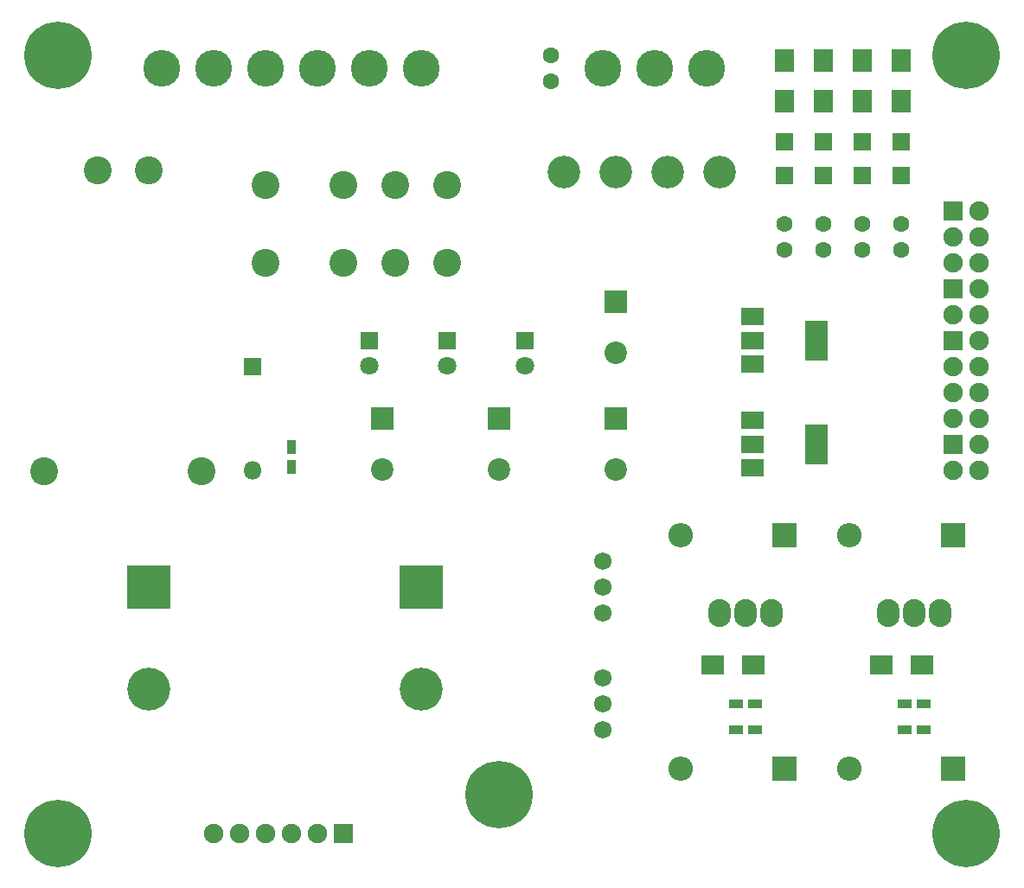
<source format=gts>
G04 #@! TF.FileFunction,Soldermask,Top*
%FSLAX46Y46*%
G04 Gerber Fmt 4.6, Leading zero omitted, Abs format (unit mm)*
G04 Created by KiCad (PCBNEW 4.0.4+e1-6308~48~ubuntu15.10.1-stable) date Tue Feb  7 13:57:39 2017*
%MOMM*%
%LPD*%
G01*
G04 APERTURE LIST*
%ADD10C,0.100000*%
%ADD11C,3.600000*%
%ADD12R,4.200000X4.200000*%
%ADD13C,4.200000*%
%ADD14R,1.400000X0.950000*%
%ADD15R,2.200000X2.200000*%
%ADD16C,2.200000*%
%ADD17R,0.950000X1.400000*%
%ADD18R,1.800000X1.800000*%
%ADD19C,1.800000*%
%ADD20R,1.700000X1.700000*%
%ADD21R,2.400000X2.400000*%
%ADD22O,2.400000X2.400000*%
%ADD23C,1.600000*%
%ADD24R,1.900000X1.900000*%
%ADD25O,1.900000X1.900000*%
%ADD26R,1.900000X2.200000*%
%ADD27R,2.200000X1.900000*%
%ADD28C,1.724000*%
%ADD29C,2.740000*%
%ADD30O,2.232000X2.740000*%
%ADD31R,2.200000X4.000000*%
%ADD32R,2.200000X1.700000*%
%ADD33O,1.800000X1.800000*%
%ADD34C,3.200000*%
%ADD35C,6.600000*%
G04 APERTURE END LIST*
D10*
D11*
X134620000Y-49530000D03*
X129540000Y-49530000D03*
X124460000Y-49530000D03*
D12*
X80010000Y-100330000D03*
D13*
X80010000Y-110330000D03*
D12*
X106680000Y-100330000D03*
D13*
X106680000Y-110330000D03*
D14*
X153990000Y-111760000D03*
X155890000Y-111760000D03*
X139380000Y-111760000D03*
X137480000Y-111760000D03*
D15*
X114300000Y-83820000D03*
D16*
X114300000Y-88820000D03*
D17*
X93980000Y-86680000D03*
X93980000Y-88580000D03*
D18*
X101600000Y-76200000D03*
D19*
X101600000Y-78700000D03*
D18*
X109220000Y-76200000D03*
D19*
X109220000Y-78700000D03*
D15*
X125730000Y-72390000D03*
D16*
X125730000Y-77390000D03*
D15*
X125730000Y-83820000D03*
D16*
X125730000Y-88820000D03*
D14*
X153990000Y-114300000D03*
X155890000Y-114300000D03*
X139380000Y-114300000D03*
X137480000Y-114300000D03*
D15*
X102870000Y-83820000D03*
D16*
X102870000Y-88820000D03*
D20*
X153670000Y-60070000D03*
X153670000Y-56770000D03*
X149860000Y-60070000D03*
X149860000Y-56770000D03*
X146050000Y-60070000D03*
X146050000Y-56770000D03*
X142240000Y-60070000D03*
X142240000Y-56770000D03*
D21*
X142240000Y-118110000D03*
D22*
X132080000Y-118110000D03*
D23*
X153670000Y-64770000D03*
X153670000Y-67310000D03*
X149860000Y-64770000D03*
X149860000Y-67310000D03*
X119380000Y-48260000D03*
X119380000Y-50800000D03*
X146050000Y-64770000D03*
X146050000Y-67310000D03*
X142240000Y-64770000D03*
X142240000Y-67310000D03*
D24*
X158750000Y-71120000D03*
D25*
X161290000Y-71120000D03*
X158750000Y-73660000D03*
X161290000Y-73660000D03*
D24*
X158750000Y-63500000D03*
D25*
X161290000Y-63500000D03*
X158750000Y-66040000D03*
X161290000Y-66040000D03*
X158750000Y-68580000D03*
X161290000Y-68580000D03*
D26*
X153670000Y-52800000D03*
X153670000Y-48800000D03*
X149860000Y-52800000D03*
X149860000Y-48800000D03*
X146050000Y-52800000D03*
X146050000Y-48800000D03*
X142240000Y-52800000D03*
X142240000Y-48800000D03*
D27*
X155670000Y-107950000D03*
X151670000Y-107950000D03*
X135160000Y-107950000D03*
X139160000Y-107950000D03*
D28*
X124460000Y-100330000D03*
X124460000Y-97790000D03*
X124460000Y-102870000D03*
X124460000Y-111760000D03*
X124460000Y-109220000D03*
X124460000Y-114300000D03*
D29*
X79970000Y-59595000D03*
X74970000Y-59595000D03*
X85170000Y-88995000D03*
X69770000Y-88995000D03*
D30*
X154940000Y-102870000D03*
X157480000Y-102870000D03*
X152400000Y-102870000D03*
X138430000Y-102870000D03*
X140970000Y-102870000D03*
X135890000Y-102870000D03*
D31*
X145390000Y-76200000D03*
D32*
X139090000Y-76200000D03*
X139090000Y-78500000D03*
X139090000Y-73900000D03*
D31*
X145390000Y-86360000D03*
D32*
X139090000Y-86360000D03*
X139090000Y-88660000D03*
X139090000Y-84060000D03*
D11*
X91440000Y-49530000D03*
X86360000Y-49530000D03*
X81280000Y-49530000D03*
X106680000Y-49530000D03*
X101600000Y-49530000D03*
X96520000Y-49530000D03*
D29*
X91440000Y-60960000D03*
X91440000Y-68580000D03*
X99060000Y-68580000D03*
X104140000Y-68580000D03*
X109220000Y-68580000D03*
X99060000Y-60960000D03*
X104140000Y-60960000D03*
X109220000Y-60960000D03*
D18*
X90170000Y-78740000D03*
D33*
X90170000Y-88900000D03*
D21*
X158750000Y-95250000D03*
D22*
X148590000Y-95250000D03*
D21*
X142240000Y-95250000D03*
D22*
X132080000Y-95250000D03*
D21*
X158750000Y-118110000D03*
D22*
X148590000Y-118110000D03*
D34*
X135890000Y-59690000D03*
X130810000Y-59690000D03*
X125730000Y-59690000D03*
X120650000Y-59690000D03*
D18*
X116840000Y-76200000D03*
D19*
X116840000Y-78700000D03*
D24*
X158750000Y-76200000D03*
D25*
X161290000Y-76200000D03*
X158750000Y-78740000D03*
X161290000Y-78740000D03*
X158750000Y-81280000D03*
X161290000Y-81280000D03*
X158750000Y-83820000D03*
X161290000Y-83820000D03*
D24*
X158750000Y-86360000D03*
D25*
X161290000Y-86360000D03*
X158750000Y-88900000D03*
X161290000Y-88900000D03*
D24*
X99060000Y-124460000D03*
D25*
X96520000Y-124460000D03*
X93980000Y-124460000D03*
X91440000Y-124460000D03*
X88900000Y-124460000D03*
X86360000Y-124460000D03*
D35*
X71120000Y-48260000D03*
X114300000Y-120650000D03*
X160020000Y-48260000D03*
X71120000Y-124460000D03*
X160020000Y-124460000D03*
M02*

</source>
